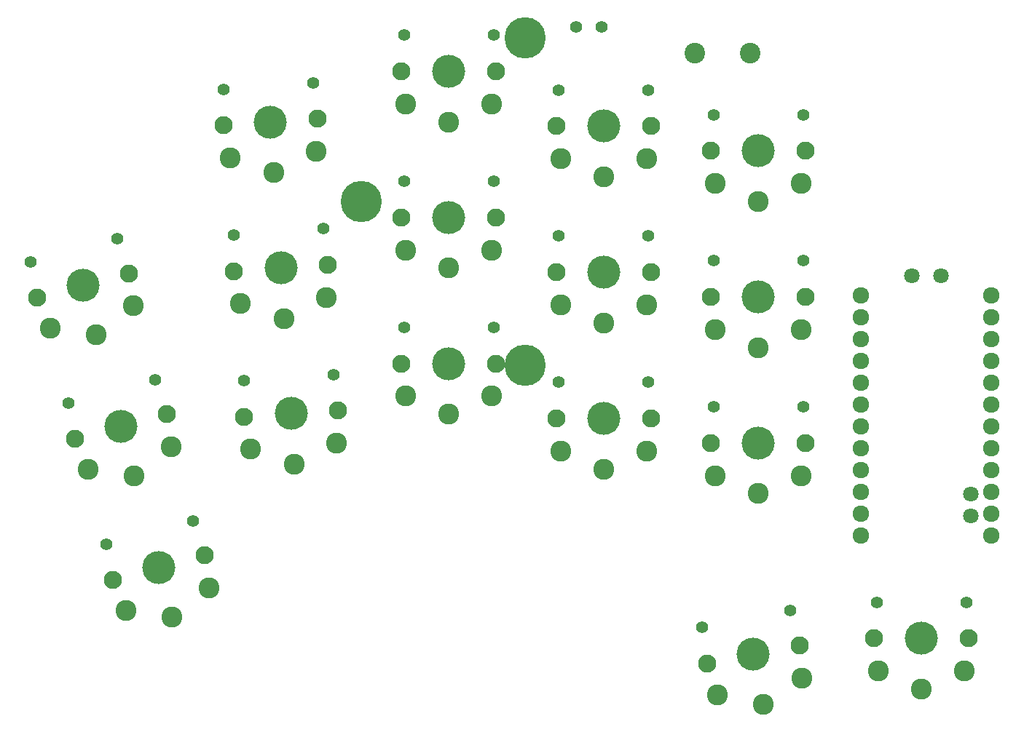
<source format=gts>
G04 #@! TF.GenerationSoftware,KiCad,Pcbnew,5.1.10*
G04 #@! TF.CreationDate,2021-06-23T23:04:38+01:00*
G04 #@! TF.ProjectId,hypergolic_right,68797065-7267-46f6-9c69-635f72696768,0.1*
G04 #@! TF.SameCoordinates,Original*
G04 #@! TF.FileFunction,Soldermask,Top*
G04 #@! TF.FilePolarity,Negative*
%FSLAX46Y46*%
G04 Gerber Fmt 4.6, Leading zero omitted, Abs format (unit mm)*
G04 Created by KiCad (PCBNEW 5.1.10) date 2021-06-23 23:04:38*
%MOMM*%
%LPD*%
G01*
G04 APERTURE LIST*
%ADD10C,2.101800*%
%ADD11C,1.390600*%
%ADD12C,2.432000*%
%ADD13C,3.829000*%
%ADD14C,1.797000*%
%ADD15C,1.924000*%
%ADD16C,4.800000*%
%ADD17C,1.400000*%
%ADD18C,2.400000*%
G04 APERTURE END LIST*
D10*
X92500000Y-46040000D03*
X103500000Y-46040000D03*
D11*
X103220000Y-41840000D03*
D12*
X98000000Y-51940000D03*
X93000000Y-49840000D03*
D13*
X98000000Y-46040000D03*
D12*
X103000000Y-49840000D03*
D11*
X92780000Y-41840000D03*
D10*
X110500000Y-65920000D03*
X121500000Y-65920000D03*
D11*
X121220000Y-61720000D03*
D12*
X116000000Y-71820000D03*
X111000000Y-69720000D03*
D13*
X116000000Y-65920000D03*
D12*
X121000000Y-69720000D03*
D11*
X110780000Y-61720000D03*
D10*
X53798698Y-28965261D03*
X64771902Y-28197939D03*
D11*
X64199607Y-24027702D03*
D12*
X59696863Y-34467228D03*
X54562554Y-32721126D03*
D13*
X59285300Y-28581600D03*
D12*
X64538195Y-32023561D03*
D11*
X53785038Y-24755960D03*
D10*
X110500000Y-48920000D03*
X121500000Y-48920000D03*
D11*
X121220000Y-44720000D03*
D12*
X116000000Y-54820000D03*
X111000000Y-52720000D03*
D13*
X116000000Y-48920000D03*
D12*
X121000000Y-52720000D03*
D11*
X110780000Y-44720000D03*
D10*
X129466000Y-88646000D03*
X140466000Y-88646000D03*
D11*
X140186000Y-84446000D03*
D12*
X134966000Y-94546000D03*
X129966000Y-92446000D03*
D13*
X134966000Y-88646000D03*
D12*
X139966000Y-92446000D03*
D11*
X129746000Y-84446000D03*
D10*
X110009050Y-91563449D03*
X120806950Y-89464551D03*
D11*
X119730696Y-85395143D03*
D12*
X116533773Y-96305600D03*
X111224938Y-95198228D03*
D13*
X115408000Y-90514000D03*
D12*
X121041210Y-93290138D03*
D11*
X109482508Y-87387189D03*
D10*
X92500000Y-63045000D03*
X103500000Y-63045000D03*
D11*
X103220000Y-58845000D03*
D12*
X98000000Y-68945000D03*
X93000000Y-66845000D03*
D13*
X98000000Y-63045000D03*
D12*
X103000000Y-66845000D03*
D11*
X92780000Y-58845000D03*
D10*
X74500000Y-56670000D03*
X85500000Y-56670000D03*
D11*
X85220000Y-52470000D03*
D12*
X80000000Y-62570000D03*
X75000000Y-60470000D03*
D13*
X80000000Y-56670000D03*
D12*
X85000000Y-60470000D03*
D11*
X74780000Y-52470000D03*
D10*
X56170698Y-62887361D03*
X67143902Y-62120039D03*
D11*
X66571607Y-57949802D03*
D12*
X62068863Y-68389328D03*
X56934554Y-66643226D03*
D13*
X61657300Y-62503700D03*
D12*
X66910195Y-65945661D03*
D11*
X56157038Y-58678060D03*
D10*
X74500000Y-39670000D03*
X85500000Y-39670000D03*
D11*
X85220000Y-35470000D03*
D12*
X80000000Y-45570000D03*
X75000000Y-43470000D03*
D13*
X80000000Y-39670000D03*
D12*
X85000000Y-43470000D03*
D11*
X74780000Y-35470000D03*
D10*
X110500000Y-31920000D03*
X121500000Y-31920000D03*
D11*
X121220000Y-27720000D03*
D12*
X116000000Y-37820000D03*
X111000000Y-35720000D03*
D13*
X116000000Y-31920000D03*
D12*
X121000000Y-35720000D03*
D11*
X110780000Y-27720000D03*
D10*
X92500000Y-29040000D03*
X103500000Y-29040000D03*
D11*
X103220000Y-24840000D03*
D12*
X98000000Y-34940000D03*
X93000000Y-32840000D03*
D13*
X98000000Y-29040000D03*
D12*
X103000000Y-32840000D03*
D11*
X92780000Y-24840000D03*
D10*
X74500000Y-22680000D03*
X85500000Y-22680000D03*
D11*
X85220000Y-18480000D03*
D12*
X80000000Y-28580000D03*
X75000000Y-26480000D03*
D13*
X80000000Y-22680000D03*
D12*
X85000000Y-26480000D03*
D11*
X74780000Y-18480000D03*
D10*
X54984498Y-45923861D03*
X65957702Y-45156539D03*
D11*
X65385407Y-40986302D03*
D12*
X60882663Y-51425828D03*
X55748354Y-49679726D03*
D13*
X60471100Y-45540200D03*
D12*
X65723995Y-48982161D03*
D11*
X54970838Y-41714560D03*
D14*
X140716000Y-74422000D03*
X140716000Y-71882000D03*
D15*
X127870600Y-48768000D03*
X127870600Y-51308000D03*
X127870600Y-53848000D03*
X127870600Y-56388000D03*
X127870600Y-58928000D03*
X127870600Y-61468000D03*
X127870600Y-64008000D03*
X127870600Y-66548000D03*
X127870600Y-69088000D03*
X127870600Y-71628000D03*
X127870600Y-74168000D03*
X127870600Y-76708000D03*
X143090600Y-76708000D03*
X143090600Y-74168000D03*
X143090600Y-71628000D03*
X143090600Y-69088000D03*
X143090600Y-66548000D03*
X143090600Y-64008000D03*
X143090600Y-61468000D03*
X143090600Y-58928000D03*
X143090600Y-56388000D03*
X143090600Y-53848000D03*
X143090600Y-51308000D03*
X143090600Y-48768000D03*
D14*
X133858000Y-46482000D03*
D16*
X69850000Y-37846000D03*
X88900000Y-56896000D03*
X88900000Y-18796000D03*
D10*
X40979908Y-81865205D03*
X51605092Y-79018195D03*
D11*
X50247593Y-75033776D03*
D12*
X47819532Y-86140662D03*
X42446383Y-85406313D03*
D13*
X46292500Y-80441700D03*
D12*
X52105642Y-82818123D03*
D11*
X40163327Y-77735847D03*
D10*
X36578708Y-65439605D03*
X47203892Y-62592595D03*
D11*
X45846393Y-58608176D03*
D12*
X43418332Y-69715062D03*
X38045183Y-68980713D03*
D13*
X41891300Y-64016100D03*
D12*
X47704442Y-66392523D03*
D11*
X35762127Y-61310247D03*
D10*
X32178808Y-49018905D03*
X42803992Y-46171895D03*
D11*
X41446493Y-42187476D03*
D12*
X39018432Y-53294362D03*
X33645283Y-52560013D03*
D13*
X37491400Y-47595400D03*
D12*
X43304542Y-49971823D03*
D11*
X31362227Y-44889547D03*
D17*
X97766000Y-17526000D03*
X94766000Y-17526000D03*
D18*
X108562000Y-20574000D03*
X115062000Y-20574000D03*
D14*
X137262000Y-46482000D03*
M02*

</source>
